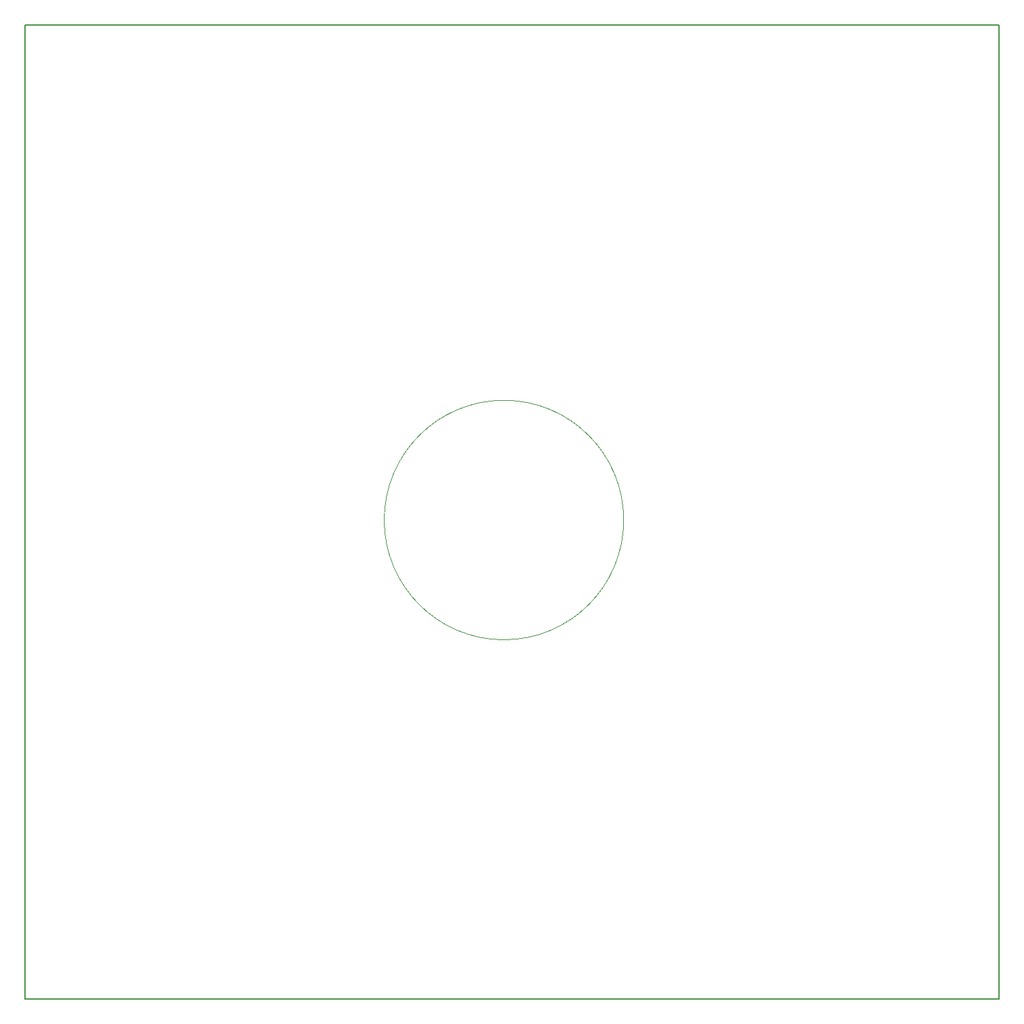
<source format=gbr>
%TF.GenerationSoftware,KiCad,Pcbnew,7.0.10*%
%TF.CreationDate,2024-04-08T13:26:29+08:00*%
%TF.ProjectId,pcb,7063622e-6b69-4636-9164-5f7063625858,rev?*%
%TF.SameCoordinates,Original*%
%TF.FileFunction,Profile,NP*%
%FSLAX46Y46*%
G04 Gerber Fmt 4.6, Leading zero omitted, Abs format (unit mm)*
G04 Created by KiCad (PCBNEW 7.0.10) date 2024-04-08 13:26:29*
%MOMM*%
%LPD*%
G01*
G04 APERTURE LIST*
%TA.AperFunction,Profile*%
%ADD10C,0.150000*%
%TD*%
%TA.AperFunction,Profile*%
%ADD11C,0.120000*%
%TD*%
G04 APERTURE END LIST*
D10*
X63000000Y-38000000D02*
X185000000Y-38000000D01*
X185000000Y-160000000D01*
X63000000Y-160000000D01*
X63000000Y-38000000D01*
D11*
%TO.C,M1*%
X138000000Y-100000000D02*
G75*
G03*
X108000000Y-100000000I-15000000J0D01*
G01*
X108000000Y-100000000D02*
G75*
G03*
X138000000Y-100000000I15000000J0D01*
G01*
%TD*%
M02*

</source>
